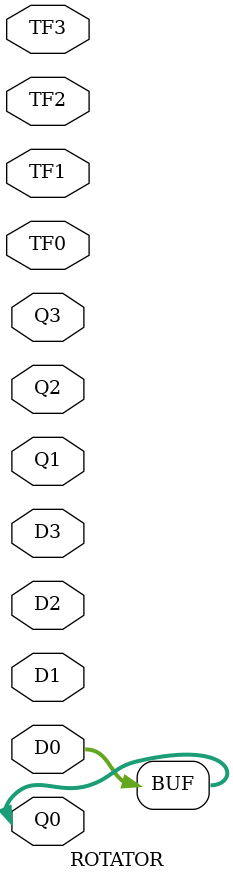
<source format=v>
`timescale 1ns/1ps

module HRMF (
    // CONTROL
    input [0:0] CLK,
    input [0:0] RSTn,
    // INPUT
    input [63:0] D0,
    input [63:0] D1,
    input [63:0] D2,
    input [63:0] D3,
    input [63:0] TF1,
    input [63:0] TF2,
    input [63:0] TF3,
    // OUTPUT
    output [63:0] Q0,
    output [63:0] Q1,
    output [63:0] Q2,
    output [63:0] Q3
);

wire [63:0] X [0:3];

// R4BFU
R4BFU I_R4BFU_0 (
    .D0(D0),
    .D1(D1),
    .D2(D2),
    .D3(D3),
    .Q0(X[0]),
    .Q1(X[1]),
    .Q2(X[2]),
    .Q3(X[3])
);

//////////////////////// ROTATOR ////////////////////////////////
// In our paper, the rotations are not illustrated well.       //
// Actually, our HRMF utilizes special rotation technique.     //
// Except Final high-radix butterfly, we perform rotations     //
// using constant rotators to mitigate complex multipliers and //
// twiddle factor rom's overhead.                              //
/////////////////////////////////////////////////////////////////

// ROTATOR
ROTATOR I_ROTATOR_0 (
    .D0(X[0]),
    .D1(X[1]),
    .D2(X[2]),
    .D3(X[3]),
    .TF1(TF1),
    .TF2(TF2),
    .TF3(TF3),
    .Q0(Q0),
    .Q1(Q1),
    .Q2(Q2),
    .Q3(Q3)
);

endmodule

/////////////////////// INSTANCE ///////////////////////

// Radix-4 Butterfly
module R4BFU (
    input  [63:0] D0,
    input  [63:0] D1,
    input  [63:0] D2,
    input  [63:0] D3,
    output [63:0] Q0,
    output [63:0] Q1,
    output [63:0] Q2,
    output [63:0] Q3
);

wire [63:0] T0, T1, T2, T3;
R2BFU I_R2BFU_0 (.D0(D0),.D1(D2),.Q0(T0),.Q1(T2));
R2BFU I_R2BFU_1 (.D0(D1),.D1(D3),.Q0(T1),.Q1(T3));

wire [63:0] T3_ = {T3[31:0],~T3[63:32]+1'b1};

// Q1 and Q2 are switchined alongside bit-reverse property
R2BFU I_R2BFU_2 (.D0(T0),.D1(T1), .Q0(Q0),.Q1(Q2));
R2BFU I_R2BFU_3 (.D0(T2),.D1(T3_),.Q0(Q1),.Q1(Q3));

endmodule

// Radix-2 Butterfly
module R2BFU (
    input  [63:0] D0,
    input  [63:0] D1,
    output [63:0] Q0,
    output [63:0] Q1
);

wire [63:0] T1 = {~D1[63:32]+1'b1, ~D1[31:0]+1'b1};

CADD32 I_CADD32_0 (.D0(D0), .D1(D1), .Q(Q0));
CADD32 I_CADD32_1 (.D0(D0), .D1(T1), .Q(Q1));

endmodule

/////////////////////// SUB BLOCK ///////////////////////

// Complex Multiplier
module CMUL32 (
    input  [63:0] D0, // DATA
    input  [63:0] D1, // TWIDDLE FACTOR
    output [63:0] Q
);

// Please note that
// Data is modeled as (REAL) + j(IMAG)
// Twiddle Factor is modeled as (COS) - j(SIN)

wire [31:0] T0, T1, T2, T3;

MUL32 I_MUL32_0 (.D0(D0[63:32]), .D1(D1[63:32]), .Q(T0));
MUL32 I_MUL32_1 (.D0(D0[31:0]),  .D1(D1[31:0]),  .Q(T1));
MUL32 I_MUL32_2 (.D0(D0[31:0]),  .D1(D1[63:32]), .Q(T2));
MUL32 I_MUL32_3 (.D0(D0[63:32]), .D1(D1[31:0]),  .Q(T3));

ADD32 I_ADD32_0 (.D0(T0), .D1(T1),       .Q(Q[63:32]));
ADD32 I_ADD32_1 (.D0(T2), .D1(~T3+1'b1), .Q(Q[31:0]));

endmodule

// Complex Adder
module CADD32 (
    input  [63:0] D0,
    input  [63:0] D1,
    output [63:0] Q
);

ADD32 I_ADD32_0 (.D0(D0[63:32]), .D1(D1[63:32]), .Q(Q[63:32]));
ADD32 I_ADD32_1 (.D0(D0[31:0]),  .D1(D1[31:0]),  .Q(Q[31:0]));

endmodule

// Multipler
module MUL32 (
    input  signed [31:0] D0,
    input  signed [31:0] D1,
    output signed [31:0] Q
);

wire signed [63:0] T = D0 * D1;
assign Q = T[47:16];

endmodule

// Adder
module ADD32 (
    input  [31:0] D0,
    input  [31:0] D1,
    output [31:0] Q
);

assign Q = D0 + D1;

endmodule

module ROTATOR (
    input [63:0] D0,
    input [63:0] D1,
    input [63:0] D2,
    input [63:0] D3,
    input [63:0] TF0,
    input [63:0] TF1,
    input [63:0] TF2,
    input [63:0] TF3,
    input [63:0] Q0,
    input [63:0] Q1,
    input [63:0] Q2,
    input [63:0] Q3
);

assign Q0 = D0;

CMUL32 I_CMUL32_1 (
    .D0(D1),  // DATA
    .D1(TF1), // TWIDDLE FACTOR
    .Q(Q1)
);

CMUL32 I_CMUL32_2 (
    .D0(D2),  // DATA
    .D1(TF2), // TWIDDLE FACTOR
    .Q(Q2)
);

CMUL32 I_CMUL32_3 (
    .D0(D3),  // DATA
    .D1(TF3), // TWIDDLE FACTOR
    .Q(Q3)
);

endmodule

// END
</source>
